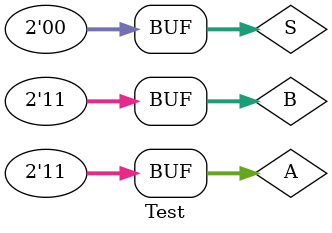
<source format=v>
`timescale 1ns / 1ps


module Test;

	// Inputs
	reg [1:0] A;
	reg [1:0] B;
	reg [1:0] S;

	// Outputs
	wire [3:0] out;

	// Instantiate the Unit Under Test (UUT)
	ALU uut (
		.out(out), 
		.A(A), 
		.B(B), 
		.S(S)
	);

	initial begin
		// Initialize Inputs
		
		
		A = 2'b00;
		B = 2'b01;
		S = 2'b00;
		#100;
        
		A = 2'b00;
		B = 2'b01;
		S = 2'b01;
		#100;
		
		A = 2'b10;
		B = 2'b01;
		S = 2'b01;
		#100;
		
		A = 2'b11;
		B = 2'b01;
		S = 2'b10;
		#100;
		
		A = 2'b10;
		B = 2'b01;
		S = 2'b10;
		#100;
		
		A = 2'b10;
		B = 2'b01;
		S = 2'b11;
		#100;
		
		A = 2'b10;
		B = 2'b11;
		S = 2'b11;
		#100;
		
		A = 2'b11;
		B = 2'b11;
		S = 2'b11;
		#100;
		
		A = 2'b01;
		B = 2'b01;
		S = 2'b11;
		#100;
		
		A = 2'b11;
		B = 2'b11;
		S = 2'b00;
		#100;
	end
      
endmodule


</source>
